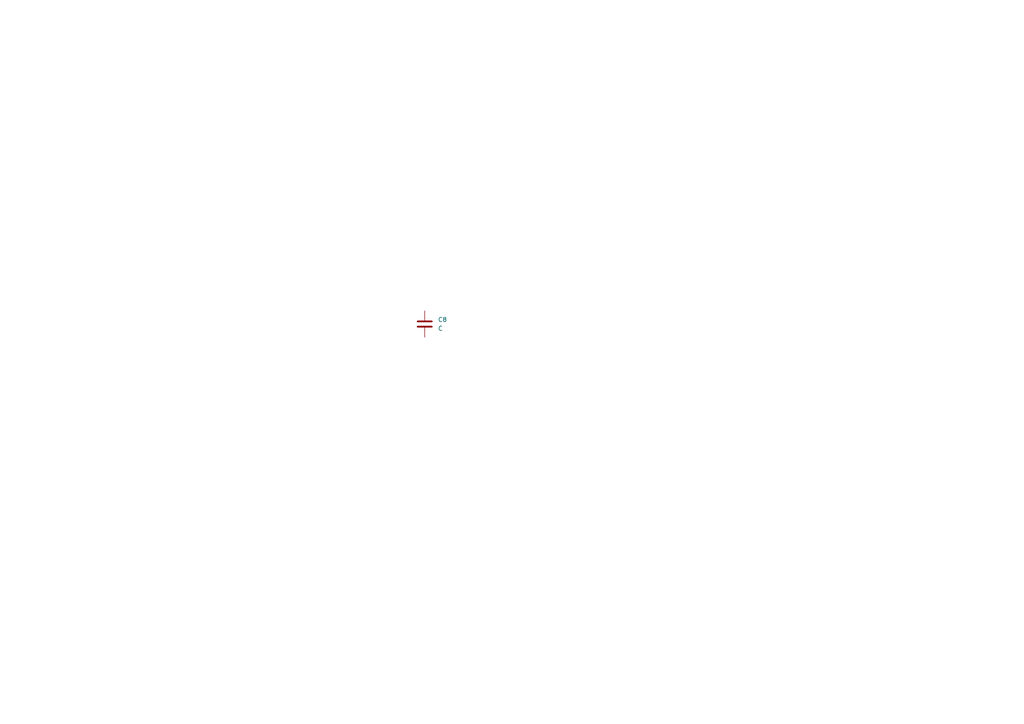
<source format=kicad_sch>
(kicad_sch (version 20231120) (generator "eeschema") (generator_version "8.0")
  (paper "A4")
  (lib_symbols
    (symbol "Device:C" (pin_numbers hide) (pin_names (offset 0.254))
      (property "Reference" "C" (at 0.635 2.54 0))
      (property "Value" "C" (at 0.635 -2.54 0))
      (symbol "C_0_1"
        (polyline (pts (xy -2.032 -0.762) (xy 2.032 -0.762)) (stroke (width 0.508)))
        (polyline (pts (xy -2.032 0.762) (xy 2.032 0.762)) (stroke (width 0.508)))
      )
      (symbol "C_1_1"
        (pin passive line (at 0 3.81 270) (length 2.794) (name "~") (number "1"))
        (pin passive line (at 0 -3.81 90) (length 2.794) (name "~") (number "2"))
      )
    )
  )
  (symbol (lib_id "Device:C") (at 123.19 93.98 0) (unit 1)
    (property "Reference" "C8" (at 127 92.7099 0) (effects (justify left)))
    (property "Value" "C" (at 127 95.2499 0) (effects (justify left)))
    (property "Description" "Unpolarized capacitor" (effects (hide yes)))
  )
)
</source>
